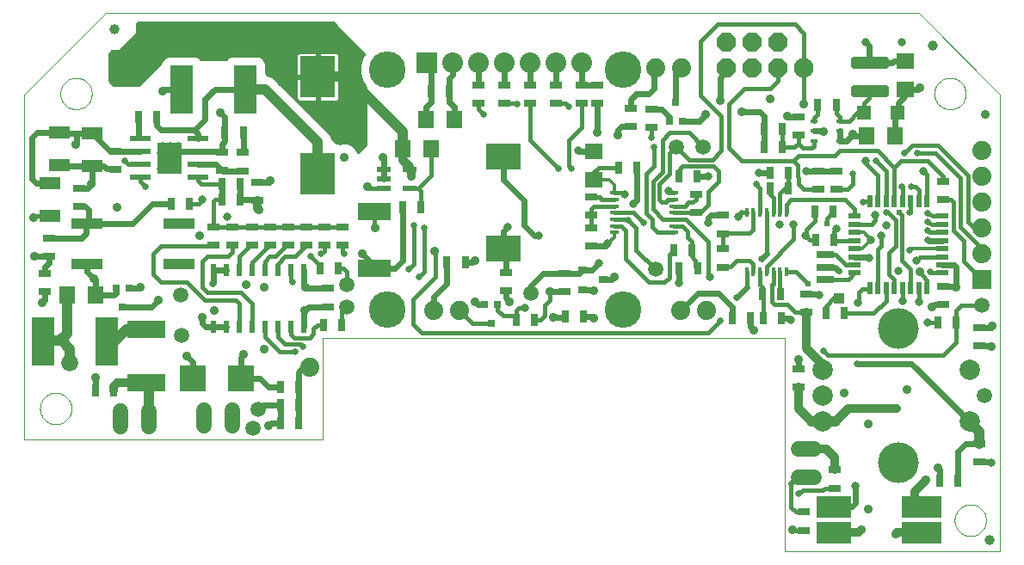
<source format=gtl>
G75*
G70*
%OFA0B0*%
%FSLAX24Y24*%
%IPPOS*%
%LPD*%
%AMOC8*
5,1,8,0,0,1.08239X$1,22.5*
%
%ADD10C,0.0000*%
%ADD11C,0.0787*%
%ADD12C,0.1575*%
%ADD13R,0.0520X0.0220*%
%ADD14R,0.0472X0.0315*%
%ADD15R,0.0315X0.0472*%
%ADD16R,0.1260X0.0709*%
%ADD17R,0.0800X0.0800*%
%ADD18C,0.0800*%
%ADD19C,0.1417*%
%ADD20R,0.0630X0.0709*%
%ADD21R,0.1220X0.0394*%
%ADD22R,0.0669X0.0276*%
%ADD23R,0.0500X0.0220*%
%ADD24R,0.0220X0.0500*%
%ADD25R,0.0236X0.0472*%
%ADD26R,0.0315X0.0177*%
%ADD27R,0.0846X0.0197*%
%ADD28R,0.0945X0.1220*%
%ADD29C,0.0246*%
%ADD30R,0.1378X0.1614*%
%ADD31R,0.0550X0.0550*%
%ADD32R,0.0709X0.0630*%
%ADD33R,0.0354X0.0315*%
%ADD34R,0.0787X0.0472*%
%ADD35R,0.0900X0.1890*%
%ADD36R,0.1000X0.1000*%
%ADD37R,0.0276X0.0276*%
%ADD38R,0.1457X0.0709*%
%ADD39C,0.0600*%
%ADD40C,0.0394*%
%ADD41C,0.0591*%
%ADD42C,0.0740*%
%ADD43R,0.0740X0.0740*%
%ADD44R,0.0354X0.0138*%
%ADD45R,0.0138X0.0354*%
%ADD46R,0.0787X0.0701*%
%ADD47OC8,0.0740*%
%ADD48R,0.1339X0.1024*%
%ADD49C,0.0240*%
%ADD50C,0.0360*%
%ADD51C,0.0160*%
%ADD52C,0.0120*%
%ADD53C,0.0320*%
%ADD54C,0.0250*%
%ADD55C,0.0240*%
%ADD56C,0.0320*%
%ADD57C,0.0010*%
%ADD58C,0.0660*%
%ADD59C,0.0400*%
%ADD60C,0.0760*%
%ADD61C,0.0200*%
%ADD62R,0.0400X0.0400*%
%ADD63C,0.0100*%
D10*
X000180Y005173D02*
X011735Y005173D01*
X011735Y009110D01*
X029633Y009110D01*
X029633Y000843D01*
X037975Y000843D01*
X037975Y018559D01*
X034827Y021708D01*
X003329Y021708D01*
X000180Y018559D01*
X000180Y005173D01*
X000783Y006386D02*
X000785Y006435D01*
X000791Y006484D01*
X000801Y006532D01*
X000814Y006579D01*
X000832Y006625D01*
X000853Y006669D01*
X000877Y006712D01*
X000905Y006752D01*
X000936Y006791D01*
X000970Y006826D01*
X001007Y006859D01*
X001046Y006888D01*
X001088Y006914D01*
X001131Y006937D01*
X001177Y006956D01*
X001223Y006972D01*
X001271Y006984D01*
X001319Y006992D01*
X001368Y006996D01*
X001418Y006996D01*
X001467Y006992D01*
X001515Y006984D01*
X001563Y006972D01*
X001609Y006956D01*
X001655Y006937D01*
X001698Y006914D01*
X001740Y006888D01*
X001779Y006859D01*
X001816Y006826D01*
X001850Y006791D01*
X001881Y006752D01*
X001909Y006712D01*
X001933Y006669D01*
X001954Y006625D01*
X001972Y006579D01*
X001985Y006532D01*
X001995Y006484D01*
X002001Y006435D01*
X002003Y006386D01*
X002001Y006337D01*
X001995Y006288D01*
X001985Y006240D01*
X001972Y006193D01*
X001954Y006147D01*
X001933Y006103D01*
X001909Y006060D01*
X001881Y006020D01*
X001850Y005981D01*
X001816Y005946D01*
X001779Y005913D01*
X001740Y005884D01*
X001698Y005858D01*
X001655Y005835D01*
X001609Y005816D01*
X001563Y005800D01*
X001515Y005788D01*
X001467Y005780D01*
X001418Y005776D01*
X001368Y005776D01*
X001319Y005780D01*
X001271Y005788D01*
X001223Y005800D01*
X001177Y005816D01*
X001131Y005835D01*
X001088Y005858D01*
X001046Y005884D01*
X001007Y005913D01*
X000970Y005946D01*
X000936Y005981D01*
X000905Y006020D01*
X000877Y006060D01*
X000853Y006103D01*
X000832Y006147D01*
X000814Y006193D01*
X000801Y006240D01*
X000791Y006288D01*
X000785Y006337D01*
X000783Y006386D01*
X001570Y018591D02*
X001572Y018640D01*
X001578Y018689D01*
X001588Y018737D01*
X001601Y018784D01*
X001619Y018830D01*
X001640Y018874D01*
X001664Y018917D01*
X001692Y018957D01*
X001723Y018996D01*
X001757Y019031D01*
X001794Y019064D01*
X001833Y019093D01*
X001875Y019119D01*
X001918Y019142D01*
X001964Y019161D01*
X002010Y019177D01*
X002058Y019189D01*
X002106Y019197D01*
X002155Y019201D01*
X002205Y019201D01*
X002254Y019197D01*
X002302Y019189D01*
X002350Y019177D01*
X002396Y019161D01*
X002442Y019142D01*
X002485Y019119D01*
X002527Y019093D01*
X002566Y019064D01*
X002603Y019031D01*
X002637Y018996D01*
X002668Y018957D01*
X002696Y018917D01*
X002720Y018874D01*
X002741Y018830D01*
X002759Y018784D01*
X002772Y018737D01*
X002782Y018689D01*
X002788Y018640D01*
X002790Y018591D01*
X002788Y018542D01*
X002782Y018493D01*
X002772Y018445D01*
X002759Y018398D01*
X002741Y018352D01*
X002720Y018308D01*
X002696Y018265D01*
X002668Y018225D01*
X002637Y018186D01*
X002603Y018151D01*
X002566Y018118D01*
X002527Y018089D01*
X002485Y018063D01*
X002442Y018040D01*
X002396Y018021D01*
X002350Y018005D01*
X002302Y017993D01*
X002254Y017985D01*
X002205Y017981D01*
X002155Y017981D01*
X002106Y017985D01*
X002058Y017993D01*
X002010Y018005D01*
X001964Y018021D01*
X001918Y018040D01*
X001875Y018063D01*
X001833Y018089D01*
X001794Y018118D01*
X001757Y018151D01*
X001723Y018186D01*
X001692Y018225D01*
X001664Y018265D01*
X001640Y018308D01*
X001619Y018352D01*
X001601Y018398D01*
X001588Y018445D01*
X001578Y018493D01*
X001572Y018542D01*
X001570Y018591D01*
X035428Y018591D02*
X035430Y018640D01*
X035436Y018689D01*
X035446Y018737D01*
X035459Y018784D01*
X035477Y018830D01*
X035498Y018874D01*
X035522Y018917D01*
X035550Y018957D01*
X035581Y018996D01*
X035615Y019031D01*
X035652Y019064D01*
X035691Y019093D01*
X035733Y019119D01*
X035776Y019142D01*
X035822Y019161D01*
X035868Y019177D01*
X035916Y019189D01*
X035964Y019197D01*
X036013Y019201D01*
X036063Y019201D01*
X036112Y019197D01*
X036160Y019189D01*
X036208Y019177D01*
X036254Y019161D01*
X036300Y019142D01*
X036343Y019119D01*
X036385Y019093D01*
X036424Y019064D01*
X036461Y019031D01*
X036495Y018996D01*
X036526Y018957D01*
X036554Y018917D01*
X036578Y018874D01*
X036599Y018830D01*
X036617Y018784D01*
X036630Y018737D01*
X036640Y018689D01*
X036646Y018640D01*
X036648Y018591D01*
X036646Y018542D01*
X036640Y018493D01*
X036630Y018445D01*
X036617Y018398D01*
X036599Y018352D01*
X036578Y018308D01*
X036554Y018265D01*
X036526Y018225D01*
X036495Y018186D01*
X036461Y018151D01*
X036424Y018118D01*
X036385Y018089D01*
X036343Y018063D01*
X036300Y018040D01*
X036254Y018021D01*
X036208Y018005D01*
X036160Y017993D01*
X036112Y017985D01*
X036063Y017981D01*
X036013Y017981D01*
X035964Y017985D01*
X035916Y017993D01*
X035868Y018005D01*
X035822Y018021D01*
X035776Y018040D01*
X035733Y018063D01*
X035691Y018089D01*
X035652Y018118D01*
X035615Y018151D01*
X035581Y018186D01*
X035550Y018225D01*
X035522Y018265D01*
X035498Y018308D01*
X035477Y018352D01*
X035459Y018398D01*
X035446Y018445D01*
X035436Y018493D01*
X035430Y018542D01*
X035428Y018591D01*
X036216Y002055D02*
X036218Y002104D01*
X036224Y002153D01*
X036234Y002201D01*
X036247Y002248D01*
X036265Y002294D01*
X036286Y002338D01*
X036310Y002381D01*
X036338Y002421D01*
X036369Y002460D01*
X036403Y002495D01*
X036440Y002528D01*
X036479Y002557D01*
X036521Y002583D01*
X036564Y002606D01*
X036610Y002625D01*
X036656Y002641D01*
X036704Y002653D01*
X036752Y002661D01*
X036801Y002665D01*
X036851Y002665D01*
X036900Y002661D01*
X036948Y002653D01*
X036996Y002641D01*
X037042Y002625D01*
X037088Y002606D01*
X037131Y002583D01*
X037173Y002557D01*
X037212Y002528D01*
X037249Y002495D01*
X037283Y002460D01*
X037314Y002421D01*
X037342Y002381D01*
X037366Y002338D01*
X037387Y002294D01*
X037405Y002248D01*
X037418Y002201D01*
X037428Y002153D01*
X037434Y002104D01*
X037436Y002055D01*
X037434Y002006D01*
X037428Y001957D01*
X037418Y001909D01*
X037405Y001862D01*
X037387Y001816D01*
X037366Y001772D01*
X037342Y001729D01*
X037314Y001689D01*
X037283Y001650D01*
X037249Y001615D01*
X037212Y001582D01*
X037173Y001553D01*
X037131Y001527D01*
X037088Y001504D01*
X037042Y001485D01*
X036996Y001469D01*
X036948Y001457D01*
X036900Y001449D01*
X036851Y001445D01*
X036801Y001445D01*
X036752Y001449D01*
X036704Y001457D01*
X036656Y001469D01*
X036610Y001485D01*
X036564Y001504D01*
X036521Y001527D01*
X036479Y001553D01*
X036440Y001582D01*
X036403Y001615D01*
X036369Y001650D01*
X036338Y001689D01*
X036310Y001729D01*
X036286Y001772D01*
X036265Y001816D01*
X036247Y001862D01*
X036234Y001909D01*
X036224Y001957D01*
X036218Y002006D01*
X036216Y002055D01*
D11*
X036788Y005874D03*
X036788Y007874D03*
X031088Y007874D03*
X031088Y006874D03*
X031088Y005874D03*
D12*
X034038Y004274D03*
X034038Y009474D03*
D13*
X015110Y014923D03*
X015110Y015663D03*
X014110Y015663D03*
X014110Y015293D03*
X014110Y014923D03*
D14*
X012505Y013423D03*
X011805Y013423D03*
X011105Y013423D03*
X010405Y013423D03*
X009705Y013423D03*
X009005Y013423D03*
X008245Y013418D03*
X007515Y013418D03*
X007515Y012709D03*
X008245Y012709D03*
X009005Y012714D03*
X009705Y012714D03*
X010405Y012714D03*
X011105Y012714D03*
X011805Y012714D03*
X012505Y012714D03*
X011930Y011043D03*
X011930Y010334D03*
X018840Y010959D03*
X018840Y011668D03*
X021100Y011627D03*
X021100Y010919D03*
X022135Y012689D03*
X022135Y013398D03*
X022135Y013889D03*
X022135Y014598D03*
X026210Y014683D03*
X026210Y013974D03*
X027230Y013878D03*
X027230Y013169D03*
X027230Y012578D03*
X027230Y011869D03*
X030480Y010828D03*
X030480Y010119D03*
X030180Y007928D03*
X030180Y007219D03*
X031580Y004008D03*
X031580Y003299D03*
X030380Y002378D03*
X030380Y001669D03*
X037180Y004319D03*
X037180Y005028D03*
X037180Y008819D03*
X037180Y009528D03*
X035780Y010419D03*
X035780Y011128D03*
X035765Y014484D03*
X035765Y015193D03*
X031635Y014889D03*
X030935Y014889D03*
X030935Y015598D03*
X031635Y015598D03*
X030165Y016984D03*
X030165Y017693D03*
X024460Y017993D03*
X023665Y018018D03*
X023665Y017309D03*
X024460Y017284D03*
X022380Y018219D03*
X021780Y018219D03*
X021780Y018928D03*
X022380Y018928D03*
X020780Y018928D03*
X020780Y018219D03*
X019780Y018219D03*
X018780Y018219D03*
X018780Y018928D03*
X019780Y018928D03*
X017780Y018928D03*
X017780Y018219D03*
X009210Y015168D03*
X008635Y015599D03*
X007835Y015624D03*
X007835Y016333D03*
X008635Y016308D03*
X009210Y014459D03*
X003710Y015650D03*
X003710Y016358D03*
X002300Y014923D03*
X002300Y014214D03*
X001135Y012998D03*
X001135Y012289D03*
X000980Y011628D03*
X000980Y010919D03*
D15*
X005856Y014328D03*
X006564Y014328D03*
X007826Y014494D03*
X007836Y015103D03*
X008544Y015103D03*
X008535Y014494D03*
X008659Y017073D03*
X007951Y017073D03*
X005310Y017684D03*
X004602Y017684D03*
X014826Y014173D03*
X015534Y014173D03*
X016546Y012053D03*
X017254Y012053D03*
X021126Y009956D03*
X021835Y009956D03*
X019934Y009823D03*
X019226Y009823D03*
X025551Y011823D03*
X026259Y011823D03*
X026034Y012518D03*
X025326Y012518D03*
X028776Y010823D03*
X029484Y010823D03*
X029504Y009903D03*
X028796Y009903D03*
X028294Y009893D03*
X027586Y009893D03*
X031226Y010073D03*
X031934Y010073D03*
X035576Y009723D03*
X036284Y009723D03*
X031534Y012933D03*
X030826Y012933D03*
X030806Y014013D03*
X031514Y014013D03*
X029784Y014923D03*
X029076Y014923D03*
X029076Y015523D03*
X029784Y015523D03*
X029549Y016508D03*
X028841Y016508D03*
X028841Y017208D03*
X029549Y017208D03*
X030911Y018138D03*
X031619Y018138D03*
X026234Y015373D03*
X025526Y015373D03*
X023904Y015718D03*
X023196Y015718D03*
X016634Y018673D03*
X015926Y018673D03*
X012334Y011823D03*
X011626Y011823D03*
X011776Y009623D03*
X012484Y009623D03*
X010794Y007223D03*
X010086Y007223D03*
X010086Y006523D03*
X010794Y006523D03*
X010794Y005823D03*
X010086Y005823D03*
X003634Y007073D03*
X002926Y007073D03*
X035626Y003573D03*
X036334Y003573D03*
D16*
X013730Y011816D03*
X013730Y014021D03*
D17*
X015783Y019796D03*
D18*
X016783Y019796D03*
X017783Y019796D03*
X018783Y019796D03*
X019783Y019796D03*
X020783Y019796D03*
X021783Y019796D03*
D19*
X023374Y019536D03*
X014240Y019536D03*
X014240Y010206D03*
X023374Y010206D03*
D20*
X015936Y016458D03*
X014834Y016458D03*
X015729Y017573D03*
X016831Y017573D03*
X002931Y010773D03*
X001829Y010773D03*
X032814Y016938D03*
X033916Y016938D03*
D21*
X006152Y013561D03*
X006152Y011986D03*
X002608Y011986D03*
X002608Y013561D03*
D22*
X031185Y012341D03*
X031185Y011868D03*
X031185Y011396D03*
D23*
X032345Y011641D03*
X032345Y011956D03*
X032345Y012271D03*
X032345Y012586D03*
X032345Y012901D03*
X032345Y013216D03*
X032345Y013531D03*
X032345Y013846D03*
X035725Y013846D03*
X035725Y013531D03*
X035725Y013216D03*
X035725Y012901D03*
X035725Y012586D03*
X035725Y012271D03*
X035725Y011956D03*
X035725Y011641D03*
D24*
X035137Y011053D03*
X034822Y011053D03*
X034507Y011053D03*
X034192Y011053D03*
X033878Y011053D03*
X033563Y011053D03*
X033248Y011053D03*
X032933Y011053D03*
X032933Y014433D03*
X033248Y014433D03*
X033563Y014433D03*
X033878Y014433D03*
X034192Y014433D03*
X034507Y014433D03*
X034822Y014433D03*
X035137Y014433D03*
D25*
X011005Y011771D03*
X010505Y011771D03*
X010005Y011771D03*
X009505Y011771D03*
X009005Y011771D03*
X008505Y011771D03*
X008005Y011771D03*
X007505Y011771D03*
X007505Y009566D03*
X008005Y009566D03*
X008505Y009566D03*
X009005Y009566D03*
X009505Y009566D03*
X010005Y009566D03*
X010505Y009566D03*
X011005Y009566D03*
D26*
X030763Y016764D03*
X030763Y017138D03*
X030763Y017512D03*
X031767Y017512D03*
X031767Y017138D03*
X031767Y016764D03*
D27*
X006917Y016848D03*
X006917Y016348D03*
X006917Y015848D03*
X006917Y015348D03*
X004653Y015348D03*
X004653Y015848D03*
X004653Y016348D03*
X004653Y016848D03*
D28*
X005785Y016098D03*
D29*
X032290Y018830D02*
X033540Y018830D01*
X033540Y018584D01*
X032290Y018584D01*
X032290Y018830D01*
X032290Y018829D02*
X033540Y018829D01*
X033540Y019933D02*
X032290Y019933D01*
X033540Y019933D02*
X033540Y019687D01*
X032290Y019687D01*
X032290Y019933D01*
X032290Y019932D02*
X033540Y019932D01*
D30*
X011545Y019239D03*
X011545Y015498D03*
D31*
X032715Y017838D03*
X034015Y017838D03*
D32*
X034295Y018757D03*
X034295Y019860D03*
X022250Y016370D03*
X022250Y015267D03*
D33*
X021787Y011749D03*
X022613Y011375D03*
X021787Y011001D03*
D34*
X002795Y015804D03*
X001550Y015824D03*
X001160Y015108D03*
X001160Y013849D03*
X001550Y017083D03*
X002795Y017063D03*
D35*
X006280Y018748D03*
X008720Y018748D03*
X003355Y009003D03*
X000915Y009003D03*
D36*
X006705Y007558D03*
X008555Y007558D03*
D37*
X003980Y010309D03*
X003724Y011038D03*
X004236Y011038D03*
X018004Y010418D03*
X018516Y010418D03*
X018260Y009689D03*
X025154Y017509D03*
X025666Y017509D03*
X025410Y018238D03*
D38*
X004895Y009442D03*
X004895Y007375D03*
D39*
X004995Y006293D02*
X004995Y005693D01*
X003895Y005693D02*
X003895Y006293D01*
X007140Y006308D02*
X007140Y005708D01*
X008240Y005708D02*
X008240Y006308D01*
X030180Y004823D02*
X030780Y004823D01*
X030780Y003723D02*
X030180Y003723D01*
D40*
X037580Y001273D03*
X035365Y020463D03*
X003680Y021073D03*
D41*
X007720Y020973D03*
X012680Y011173D03*
X012680Y010323D03*
X006230Y010773D03*
X006280Y009223D03*
X009220Y006338D03*
X009030Y005623D03*
X019800Y010863D03*
X024630Y011773D03*
X025430Y016523D03*
X026480Y016523D03*
X037280Y010373D03*
X037380Y006873D03*
D42*
X037280Y012373D03*
X037280Y013373D03*
X037280Y014373D03*
X037280Y015373D03*
X037280Y016373D03*
X026600Y010173D03*
X025600Y010173D03*
X017040Y010173D03*
X016040Y010173D03*
X011230Y007973D03*
X024645Y019603D03*
X025645Y019603D03*
D43*
X037280Y011373D03*
D44*
X025332Y013206D03*
X025332Y013462D03*
X025332Y013718D03*
X025332Y013973D03*
X025332Y014229D03*
X025332Y014485D03*
X025332Y014741D03*
X023028Y014741D03*
X023028Y014485D03*
X023028Y014229D03*
X023028Y013973D03*
X023028Y013718D03*
X023028Y013462D03*
X023028Y013206D03*
D45*
X028162Y013975D03*
X028418Y013975D03*
X028674Y013975D03*
X028930Y013975D03*
X029186Y013975D03*
X029442Y013975D03*
X029698Y013975D03*
X029698Y011672D03*
X029442Y011672D03*
X029186Y011672D03*
X028930Y011672D03*
X028674Y011672D03*
X028418Y011672D03*
X028162Y011672D03*
D46*
X031723Y002573D03*
X031723Y001573D03*
X034656Y001573D03*
X034656Y002573D03*
D47*
X029380Y019573D03*
X028380Y019573D03*
X027380Y019573D03*
X027380Y020573D03*
X028380Y020573D03*
X029380Y020573D03*
D48*
X018740Y016145D03*
X018740Y012602D03*
D49*
X018740Y013253D01*
X018900Y013413D01*
X019540Y013493D02*
X019540Y014453D01*
X018740Y015253D01*
X018740Y016145D01*
X016830Y017575D02*
X016830Y018073D01*
X016634Y018269D01*
X016634Y018673D01*
X016630Y018678D02*
X016630Y019173D01*
X016783Y019327D01*
X016783Y019796D01*
X015926Y019654D02*
X015783Y019796D01*
X015926Y019654D02*
X015926Y018673D01*
X015926Y018269D01*
X015729Y018072D01*
X015729Y017573D01*
X017780Y018928D02*
X017780Y019793D01*
X018780Y019793D02*
X018780Y018928D01*
X019780Y018928D02*
X019780Y019793D01*
X020780Y019793D02*
X020780Y018928D01*
X021780Y018928D02*
X022380Y018928D01*
X021780Y018928D02*
X021780Y019793D01*
X023665Y018358D02*
X023880Y018573D01*
X024380Y018573D01*
X024580Y018773D01*
X024580Y019538D01*
X024645Y019603D01*
X025410Y019368D02*
X025645Y019603D01*
X025410Y019368D02*
X025410Y018238D01*
X025154Y017699D02*
X024861Y017993D01*
X024460Y017993D01*
X025154Y017699D02*
X025154Y017509D01*
X025666Y017509D02*
X026344Y017509D01*
X026580Y017773D01*
X027130Y018323D02*
X027130Y019173D01*
X027380Y019573D01*
X027980Y017873D02*
X028680Y017873D01*
X028841Y017713D01*
X028841Y017208D01*
X028841Y016508D01*
X030480Y015573D02*
X030504Y015598D01*
X030935Y015598D01*
X031635Y015598D01*
X031767Y016764D02*
X032021Y016764D01*
X032280Y017023D01*
X032346Y016957D01*
X032714Y016957D01*
X032814Y016938D01*
X031767Y016764D02*
X031767Y017138D01*
X031115Y017138D02*
X030763Y017138D01*
X030165Y017693D02*
X029761Y017693D01*
X029730Y017723D01*
X029076Y015523D02*
X028630Y015523D01*
X026680Y015373D02*
X026234Y015373D01*
X023904Y015718D02*
X023904Y014448D01*
X023780Y014323D01*
X022780Y012773D02*
X022696Y012689D01*
X022135Y012689D01*
X022440Y012013D02*
X022176Y011749D01*
X021787Y011749D01*
X021665Y011627D01*
X021100Y011627D01*
X020284Y011627D01*
X019800Y011143D01*
X019800Y010863D01*
X020550Y010913D02*
X020555Y010919D01*
X021100Y010919D01*
X021787Y011001D02*
X022252Y011001D01*
X022220Y010953D01*
X022613Y011375D02*
X022932Y011375D01*
X023030Y011473D01*
X025520Y011243D02*
X025551Y011274D01*
X025551Y011823D01*
X026280Y010853D02*
X025600Y010173D01*
X026280Y010853D02*
X027060Y010853D01*
X027586Y010328D01*
X027586Y009893D01*
X028294Y009893D02*
X028294Y009539D01*
X028420Y009413D01*
X029504Y009903D02*
X029790Y009903D01*
X029880Y009813D01*
X030480Y010828D02*
X030926Y010828D01*
X030980Y010773D01*
X031730Y011723D02*
X031575Y011868D01*
X031185Y011868D01*
X032345Y012271D02*
X032832Y012271D01*
X032910Y012223D01*
X035180Y012923D02*
X035203Y012901D01*
X035725Y012901D01*
X035725Y011956D02*
X036197Y011956D01*
X036280Y011873D01*
X036280Y011073D01*
X036134Y011128D01*
X035780Y011128D01*
X035780Y010419D02*
X035426Y010419D01*
X035330Y010323D01*
X037180Y009528D02*
X037634Y009528D01*
X037680Y009573D01*
X037584Y008819D02*
X037180Y008819D01*
X037584Y008819D02*
X037630Y008773D01*
X036788Y005874D02*
X034529Y008133D01*
X032420Y008133D01*
X030180Y008273D02*
X030180Y007928D01*
X027760Y010693D02*
X028162Y011096D01*
X028720Y012193D02*
X028930Y012403D01*
X026680Y013603D02*
X026680Y013773D01*
X026784Y013878D01*
X027230Y013878D01*
X022250Y016370D02*
X021634Y016370D01*
X022380Y017073D02*
X022380Y018219D01*
X023665Y018358D02*
X023665Y018018D01*
X023665Y017309D02*
X023316Y017309D01*
X023180Y017173D01*
X023180Y016973D01*
X019540Y013493D02*
X019940Y013093D01*
X020100Y013093D01*
X018840Y012502D02*
X018840Y011668D01*
X018840Y010959D02*
X018840Y010673D01*
X018980Y010533D01*
X018004Y010418D02*
X017736Y010418D01*
X016546Y011219D02*
X016546Y012053D01*
X017254Y012053D02*
X017540Y012053D01*
X017620Y012133D01*
X016546Y011219D02*
X016040Y010713D01*
X016040Y010173D01*
X014523Y011816D02*
X013730Y011816D01*
X013730Y011923D02*
X013280Y012373D01*
X014523Y011816D02*
X014826Y012119D01*
X014826Y014173D01*
X014110Y015293D02*
X014110Y015663D01*
X014110Y016093D01*
X009710Y015223D02*
X009654Y015168D01*
X009210Y015168D01*
X008544Y015103D02*
X008544Y014504D01*
X008535Y014494D02*
X009175Y014494D01*
X007836Y014504D02*
X007836Y015103D01*
X007860Y015599D02*
X008635Y015599D01*
X007835Y015624D02*
X007611Y015848D01*
X006917Y015848D01*
X006917Y016348D02*
X006035Y016348D01*
X006917Y016348D02*
X007819Y016348D01*
X007830Y016338D02*
X007830Y016623D01*
X007951Y016744D01*
X007951Y017073D01*
X007951Y017683D01*
X007780Y017853D01*
X007180Y017573D02*
X007180Y018373D01*
X007555Y018748D01*
X008720Y018748D01*
X007180Y017573D02*
X006780Y017173D01*
X005480Y017173D01*
X005310Y017343D01*
X005310Y017684D01*
X004602Y017684D02*
X004602Y016900D01*
X004653Y016348D02*
X003720Y016348D01*
X003710Y016358D02*
X003500Y016358D01*
X002795Y017063D01*
X002130Y017063D01*
X002195Y016998D01*
X002195Y016608D01*
X002180Y016623D01*
X002130Y017063D02*
X001570Y017063D01*
X001540Y017073D02*
X000680Y017073D01*
X000480Y016873D01*
X000480Y015273D01*
X000645Y015108D01*
X001160Y015108D01*
X002300Y014923D02*
X002629Y014923D01*
X002780Y015073D01*
X002795Y015088D02*
X002795Y015804D01*
X003250Y015804D01*
X003380Y015673D01*
X003687Y015673D01*
X002795Y015804D02*
X001570Y015804D01*
X002300Y014214D02*
X002539Y014214D01*
X002680Y014073D01*
X002680Y013633D01*
X002608Y013561D02*
X004367Y013561D01*
X005135Y014328D01*
X005856Y014328D01*
X002580Y013533D02*
X002580Y013173D01*
X002404Y012998D01*
X001135Y012998D01*
X001135Y012289D02*
X000596Y012289D01*
X001130Y012284D02*
X001130Y012023D01*
X000980Y011873D01*
X000980Y011628D01*
X000980Y010919D02*
X000980Y010573D01*
X000880Y010473D01*
X002931Y010773D02*
X002931Y011372D01*
X002880Y011423D01*
X002608Y011695D01*
X002608Y011986D01*
X003724Y011038D02*
X003724Y010868D01*
X003630Y010773D01*
X002931Y010773D01*
X003980Y010309D02*
X005116Y010309D01*
X005380Y010573D01*
X004680Y011073D02*
X004644Y011038D01*
X004236Y011038D01*
X007080Y009923D02*
X007080Y009673D01*
X007187Y009566D01*
X007505Y009566D01*
X008005Y009566D01*
X008680Y008473D02*
X008555Y008348D01*
X008555Y007558D01*
X009295Y007558D01*
X009630Y007223D01*
X010086Y007223D01*
X010794Y007223D02*
X010794Y007788D01*
X010980Y007973D01*
X011230Y007973D01*
X010794Y007223D02*
X010794Y006523D01*
X010794Y005823D01*
X010086Y005823D02*
X010086Y006523D01*
X009435Y006523D01*
X009220Y006338D01*
X009730Y005823D02*
X009630Y005723D01*
X009730Y005823D02*
X010086Y005823D01*
X006705Y007558D02*
X006705Y008198D01*
X006480Y008423D01*
X002930Y007573D02*
X002930Y007078D01*
X002926Y007073D01*
X007480Y011223D02*
X007505Y011248D01*
X007505Y011771D01*
X008005Y011771D01*
X011005Y011771D02*
X011005Y011148D01*
X011080Y011073D01*
X011111Y011043D02*
X011930Y011043D01*
X011930Y010334D02*
X011191Y010334D01*
X011030Y010173D01*
X011005Y010148D01*
X011005Y009566D01*
X020680Y009923D02*
X021093Y009923D01*
X021126Y009956D01*
X021835Y009956D02*
X022147Y009956D01*
X022230Y009873D01*
X029880Y003473D02*
X030080Y003673D01*
X030430Y003673D01*
X030480Y003723D01*
X031723Y002573D02*
X032220Y002573D01*
X032380Y002733D01*
X032380Y003373D01*
X033970Y001573D02*
X033920Y001523D01*
X035626Y003573D02*
X035626Y004028D01*
X035580Y004073D01*
X036334Y003573D02*
X036334Y004728D01*
X036634Y005028D01*
X037180Y005028D01*
X037180Y004319D02*
X037584Y004319D01*
X037630Y004273D01*
X033916Y016938D02*
X033916Y017740D01*
X034030Y017853D02*
X034030Y018223D01*
X034280Y018473D01*
X034280Y018742D01*
X034295Y018757D02*
X034814Y018757D01*
X034880Y018823D01*
X034295Y019860D02*
X033866Y019860D01*
X033780Y019773D01*
X032951Y019773D01*
X032915Y019810D02*
X032915Y020438D01*
X032780Y020573D01*
X008659Y017073D02*
X008659Y016332D01*
X008635Y016308D01*
X006917Y016848D02*
X006917Y017037D01*
X006780Y017173D01*
X006280Y018748D02*
X005625Y018748D01*
X005550Y018673D01*
D50*
X005550Y018673D03*
X007780Y017853D03*
X009710Y015223D03*
X009280Y014073D03*
X006980Y013073D03*
X008780Y011173D03*
X009480Y011073D03*
X011030Y010173D03*
X011080Y011073D03*
X013280Y012373D03*
X013780Y013373D03*
X016080Y012473D03*
X017620Y012133D03*
X017620Y010533D03*
X018980Y010533D03*
X020550Y010913D03*
X020680Y009923D03*
X022230Y009873D03*
X022220Y010953D03*
X023030Y011473D03*
X028420Y009413D03*
X030180Y008273D03*
X031930Y006973D03*
X032880Y005773D03*
X034380Y007123D03*
X037630Y008773D03*
X037680Y009573D03*
X035330Y010323D03*
X036280Y011073D03*
X034880Y011673D03*
X032280Y017023D03*
X031130Y017123D03*
X030380Y018173D03*
X029730Y017723D03*
X029080Y018373D03*
X027980Y017873D03*
X027130Y018323D03*
X026580Y017773D03*
X023180Y016973D03*
X022380Y017073D03*
X015180Y015373D03*
X014080Y016123D03*
X012580Y016123D03*
X013480Y014973D03*
X005380Y010573D03*
X004680Y011073D03*
X002880Y011423D03*
X000880Y010473D03*
X000580Y012273D03*
X000530Y013773D03*
X002780Y015073D03*
X003780Y014193D03*
X002180Y016623D03*
X007530Y010173D03*
X007080Y009923D03*
X009480Y008673D03*
X008680Y008473D03*
X006480Y008423D03*
X002930Y007573D03*
X009630Y005723D03*
X029920Y001673D03*
X032600Y001673D03*
X033920Y001523D03*
X032880Y002493D03*
X035100Y003613D03*
X035580Y004073D03*
X037410Y017773D03*
X034880Y018823D03*
D51*
X034295Y018757D02*
X034280Y018742D01*
X032915Y018707D02*
X032915Y018408D01*
X032715Y018208D01*
X032715Y017838D01*
X032445Y017838D01*
X032119Y017512D01*
X031767Y017512D01*
X031767Y017686D01*
X031619Y017834D01*
X031619Y018138D01*
X030911Y018138D02*
X030911Y017804D01*
X030763Y017656D01*
X030763Y017512D01*
X030165Y016984D02*
X030165Y016658D01*
X030350Y016473D01*
X030680Y016473D01*
X030763Y016556D01*
X030763Y016764D01*
X030165Y016658D02*
X030015Y016508D01*
X029549Y016508D01*
X029549Y017208D01*
X030380Y018173D02*
X030380Y019573D01*
X030380Y020923D01*
X030030Y021273D01*
X027030Y021273D01*
X026380Y020623D01*
X026380Y018523D01*
X027180Y017723D01*
X027180Y016373D01*
X026840Y016033D01*
X025920Y016033D01*
X025430Y016523D01*
X025180Y016273D01*
X025180Y015473D01*
X024780Y015073D01*
X024780Y014493D01*
X024880Y014393D01*
X025020Y014393D01*
X025112Y014485D01*
X025332Y014485D01*
X025332Y014741D02*
X025212Y014741D01*
X025130Y014823D01*
X024520Y015173D02*
X024900Y015553D01*
X024900Y016793D01*
X025180Y017073D01*
X025930Y017073D01*
X026480Y016523D01*
X027480Y016473D02*
X027480Y018173D01*
X028080Y018773D01*
X029080Y018773D01*
X029380Y019073D01*
X029380Y019573D01*
X033916Y017740D02*
X034015Y017838D01*
X034580Y016573D02*
X034280Y016273D01*
X034580Y016573D02*
X035580Y016573D01*
X036730Y015423D01*
X036730Y013623D01*
X036980Y013373D01*
X037280Y013373D01*
X037280Y012573D02*
X036430Y013423D01*
X036430Y015323D01*
X035480Y016273D01*
X034780Y016273D01*
X035180Y015973D02*
X034130Y015973D01*
X033880Y015723D01*
X033880Y014436D01*
X033878Y014433D01*
X034192Y014433D02*
X034192Y014961D01*
X034180Y014973D01*
X034530Y014973D02*
X034700Y014973D01*
X034822Y014851D01*
X034822Y014433D01*
X034507Y014433D02*
X034507Y014001D01*
X034480Y013973D01*
X034180Y013873D02*
X034070Y013983D01*
X034180Y013873D02*
X034180Y012123D01*
X034507Y011796D01*
X034507Y011053D01*
X034192Y011053D02*
X034192Y010561D01*
X033878Y011053D02*
X033878Y011376D01*
X033680Y011573D01*
X033680Y012423D01*
X033930Y012673D01*
X033930Y013683D01*
X033640Y013973D01*
X033580Y013973D01*
X033130Y013873D02*
X033130Y013673D01*
X032987Y013531D01*
X032345Y013531D01*
X032345Y013846D02*
X032345Y014108D01*
X031980Y014473D01*
X029880Y014473D01*
X029700Y014293D01*
X029700Y013977D01*
X029698Y013975D01*
X029442Y013975D02*
X029442Y014735D01*
X029630Y014923D01*
X029784Y014923D01*
X029784Y015523D01*
X030140Y015373D02*
X030140Y015813D01*
X029980Y015973D01*
X030180Y016173D01*
X031580Y016173D01*
X031780Y016373D01*
X033230Y016373D01*
X033880Y015723D01*
X033563Y015591D02*
X033563Y014433D01*
X033248Y014433D02*
X033248Y015426D01*
X032780Y015893D01*
X032780Y015973D01*
X033180Y015973D02*
X033563Y015591D01*
X032260Y015473D02*
X032260Y015093D01*
X032056Y014889D01*
X031635Y014889D01*
X031651Y014873D01*
X030935Y014889D02*
X030364Y014889D01*
X030180Y015073D01*
X030180Y015333D01*
X030140Y015373D01*
X029980Y015973D02*
X027980Y015973D01*
X027480Y016473D01*
X026880Y015773D02*
X025680Y015773D01*
X025526Y015619D01*
X025526Y015373D01*
X024520Y015173D02*
X024520Y014113D01*
X024916Y013718D01*
X025332Y013718D01*
X025796Y013718D01*
X026660Y012853D01*
X026660Y011653D01*
X026740Y011493D01*
X026259Y011823D02*
X026180Y011903D01*
X026180Y012133D01*
X026034Y012279D01*
X026034Y012518D01*
X026020Y012533D01*
X026020Y012853D01*
X025860Y013013D01*
X025860Y013253D01*
X025652Y013462D01*
X025332Y013462D01*
X025332Y013206D02*
X024708Y013206D01*
X024500Y013413D01*
X024500Y013733D01*
X024280Y013953D01*
X024280Y015473D01*
X024580Y015773D01*
X024580Y016513D01*
X024480Y016873D02*
X024460Y016893D01*
X024460Y017284D01*
X026880Y015773D02*
X027080Y015573D01*
X027080Y015173D01*
X026680Y014773D01*
X026680Y014273D01*
X026380Y013973D01*
X026209Y013973D01*
X026210Y013974D01*
X026209Y013973D02*
X025332Y013973D01*
X025332Y014229D02*
X025756Y014229D01*
X025900Y014373D01*
X026080Y014373D01*
X026210Y014503D01*
X026210Y014683D01*
X027982Y013975D02*
X028162Y013975D01*
X028418Y013975D02*
X028418Y013312D01*
X028280Y013173D01*
X027234Y013173D01*
X027230Y013169D01*
X027230Y012578D01*
X027780Y012133D02*
X027520Y011873D01*
X027234Y011873D01*
X027230Y011869D01*
X027780Y012133D02*
X028280Y012133D01*
X028418Y011995D01*
X028418Y011672D01*
X028162Y011672D02*
X028162Y011096D01*
X028674Y011179D02*
X028780Y011073D01*
X028780Y010828D01*
X028776Y010823D01*
X028796Y010803D01*
X028796Y009903D01*
X029230Y010423D02*
X029730Y010423D01*
X030030Y010123D01*
X030476Y010123D01*
X030480Y010119D01*
X031226Y010073D02*
X031226Y010369D01*
X031530Y010673D01*
X031710Y010673D01*
X031720Y010663D01*
X032460Y010483D02*
X032510Y010533D01*
X032510Y010903D01*
X032630Y011023D01*
X032903Y011023D01*
X032933Y011053D01*
X032893Y011013D01*
X033248Y011053D02*
X033248Y012541D01*
X033380Y012673D01*
X033380Y013073D01*
X032345Y012901D02*
X031534Y012901D01*
X031534Y012933D01*
X031534Y013248D01*
X031640Y013353D01*
X031260Y013553D02*
X031260Y013759D01*
X031514Y014013D01*
X030806Y014013D02*
X030806Y013659D01*
X030480Y013333D01*
X030480Y013153D01*
X030430Y013103D01*
X030600Y012933D01*
X030826Y012933D01*
X029980Y012953D02*
X029980Y013523D01*
X029980Y012953D02*
X028930Y011903D01*
X028930Y011672D01*
X028674Y011672D02*
X028674Y011179D01*
X029130Y011173D02*
X029130Y010523D01*
X029230Y010423D01*
X029484Y010823D02*
X029442Y010866D01*
X029442Y011672D01*
X029698Y011672D02*
X030082Y011672D01*
X030530Y011223D01*
X031185Y011396D02*
X032100Y011396D01*
X032345Y011641D01*
X032345Y011956D02*
X031997Y011956D01*
X031613Y012341D01*
X031185Y012341D01*
X031180Y011873D02*
X031185Y011868D01*
X029186Y011672D02*
X029186Y011229D01*
X029130Y011173D01*
X028930Y012403D02*
X028930Y013975D01*
X028674Y013975D02*
X028674Y014928D01*
X028520Y015093D01*
X029076Y014923D02*
X029080Y014919D01*
X029080Y014673D01*
X029186Y014568D01*
X029186Y013975D01*
X032660Y014373D02*
X032720Y014433D01*
X032933Y014433D01*
X035137Y014433D02*
X035137Y015456D01*
X035000Y015593D01*
X035180Y015973D02*
X035765Y015388D01*
X035765Y015193D01*
X035765Y014484D02*
X036069Y014484D01*
X036180Y014373D01*
X036180Y013273D01*
X036580Y012873D01*
X036580Y012073D01*
X037280Y011373D01*
X037280Y010373D02*
X036480Y010373D01*
X036284Y010178D01*
X036284Y009723D01*
X036284Y008958D01*
X035780Y008453D01*
X031300Y008453D01*
X031140Y008613D01*
X031080Y007883D02*
X031088Y007874D01*
X031088Y005874D02*
X031087Y005873D01*
X031186Y003299D02*
X031106Y003219D01*
X030326Y003219D01*
X030180Y003073D01*
X029880Y003473D02*
X029880Y002553D01*
X030056Y002378D01*
X030380Y002378D01*
X030380Y001669D02*
X029884Y001669D01*
X029920Y001673D01*
X032500Y001573D02*
X032600Y001673D01*
X031580Y003299D02*
X031186Y003299D01*
X026680Y009313D02*
X027140Y009773D01*
X026680Y009313D02*
X015560Y009313D01*
X015220Y009653D01*
X015220Y010613D01*
X016100Y011493D01*
X016100Y012453D01*
X016080Y012473D01*
X015280Y011973D02*
X015080Y011773D01*
X015280Y011973D02*
X015280Y013473D01*
X015680Y013373D02*
X015680Y011673D01*
X015480Y011473D01*
X013730Y011816D02*
X013730Y011923D01*
X012680Y011673D02*
X012680Y011173D01*
X012680Y011673D02*
X012530Y011823D01*
X012334Y011823D01*
X011626Y011823D02*
X011626Y011928D01*
X011280Y012273D01*
X011680Y012373D02*
X011805Y012498D01*
X011805Y012714D01*
X011105Y012714D02*
X010664Y012273D01*
X010280Y012273D01*
X010005Y011998D01*
X010005Y011771D01*
X010505Y011771D02*
X010505Y011348D01*
X010580Y011273D01*
X009505Y011771D02*
X009505Y012098D01*
X009680Y012273D01*
X009904Y012273D01*
X010345Y012714D01*
X010405Y012714D01*
X009705Y012714D02*
X009680Y012689D01*
X009636Y012689D01*
X009005Y012058D01*
X009005Y011771D01*
X008505Y011771D02*
X008505Y012298D01*
X008921Y012714D01*
X009005Y012714D01*
X008980Y012689D01*
X008245Y012709D02*
X008245Y012438D01*
X008080Y012273D01*
X007280Y012273D01*
X007080Y012073D01*
X007080Y011073D01*
X007280Y010873D01*
X008580Y010873D01*
X009005Y010448D01*
X009005Y009566D01*
X008505Y009566D02*
X008505Y010448D01*
X008380Y010573D01*
X007180Y010573D01*
X006480Y011273D01*
X005480Y011273D01*
X005180Y011573D01*
X005180Y012373D01*
X005480Y012673D01*
X007479Y012673D01*
X007515Y012709D01*
X007515Y013418D02*
X008245Y013418D01*
X009000Y013418D01*
X009005Y013423D01*
X009705Y013423D01*
X010405Y013423D01*
X011105Y013423D01*
X011805Y013423D01*
X012505Y013423D01*
X012505Y012714D02*
X012505Y012448D01*
X012580Y012373D01*
X013730Y013423D02*
X013780Y013373D01*
X013730Y013423D02*
X013730Y014021D01*
X013530Y014923D02*
X013480Y014973D01*
X013530Y014923D02*
X014110Y014923D01*
X015110Y014923D02*
X015430Y014923D01*
X015936Y015430D01*
X015936Y016458D01*
X015110Y015743D02*
X015110Y015663D01*
X015430Y014923D02*
X015534Y014819D01*
X015534Y014173D01*
X018740Y012602D02*
X018840Y012502D01*
X020550Y010913D02*
X020550Y010593D01*
X020330Y010373D01*
X020330Y009973D01*
X020180Y009823D01*
X019934Y009823D01*
X019570Y010273D02*
X019330Y010273D01*
X019230Y010173D01*
X019230Y009973D01*
X019226Y009973D01*
X019226Y009823D01*
X019226Y009973D02*
X018740Y009973D01*
X018516Y010198D01*
X018516Y010418D01*
X017736Y010418D02*
X017620Y010533D01*
X017040Y010173D02*
X017524Y009689D01*
X018260Y009689D01*
X012680Y010323D02*
X012484Y010128D01*
X012484Y009623D01*
X011776Y009623D02*
X011530Y009623D01*
X011380Y009473D01*
X011380Y009273D01*
X011230Y009123D01*
X010630Y009123D01*
X010505Y009248D01*
X010505Y009566D01*
X010005Y009566D02*
X010005Y009148D01*
X010280Y008873D01*
X010880Y008873D01*
X010980Y008773D01*
X010680Y008573D02*
X010080Y008573D01*
X009505Y009148D01*
X009505Y009566D01*
X004895Y007375D02*
X004893Y007373D01*
X002580Y013533D02*
X002608Y013561D01*
X002680Y013633D01*
X001160Y013849D02*
X000605Y013849D01*
X000530Y013773D01*
X004080Y015973D02*
X004205Y015848D01*
X004653Y015848D01*
X004653Y015348D02*
X004653Y015200D01*
X004880Y014973D01*
X006564Y014328D02*
X006935Y014328D01*
X007080Y014473D01*
X007515Y014408D02*
X007580Y014473D01*
X007805Y014473D01*
X007826Y014494D01*
X007836Y014504D01*
X007515Y014408D02*
X007515Y013418D01*
X008535Y014494D02*
X008544Y014504D01*
X009175Y014494D02*
X009210Y014459D01*
X007836Y015103D02*
X007050Y015103D01*
X006917Y015237D01*
X006917Y015348D01*
X007835Y015624D02*
X007860Y015599D01*
X004653Y016848D02*
X004602Y016900D01*
X017780Y017973D02*
X017980Y017773D01*
X017780Y017973D02*
X017780Y018219D01*
X018780Y018219D02*
X019234Y018219D01*
X019280Y018173D01*
X019780Y018219D02*
X019780Y016773D01*
X020880Y015673D01*
X021280Y015773D02*
X021380Y015673D01*
X021280Y015773D02*
X021280Y016773D01*
X021780Y017273D01*
X021780Y018219D01*
X021280Y018073D02*
X021134Y018219D01*
X020780Y018219D01*
X020780Y019793D02*
X020783Y019796D01*
X021780Y019793D02*
X021783Y019796D01*
X019783Y019796D02*
X019780Y019793D01*
X018783Y019796D02*
X018780Y019793D01*
X017783Y019796D02*
X017780Y019793D01*
X022250Y015543D02*
X022425Y015718D01*
X023196Y015718D01*
X022250Y015543D02*
X022250Y015267D01*
X022256Y015273D01*
X023028Y014741D02*
X023392Y014741D01*
X023440Y014693D01*
X023028Y014485D02*
X022548Y014485D01*
X022460Y014573D01*
X022159Y014573D01*
X022135Y014598D01*
X022236Y014229D02*
X022135Y014128D01*
X022135Y013889D01*
X022135Y013398D01*
X022236Y014229D02*
X023028Y014229D01*
X023028Y013973D02*
X023780Y013973D01*
X024180Y013573D01*
X023880Y013373D02*
X023880Y012523D01*
X024630Y011773D01*
X024980Y011273D02*
X025166Y011459D01*
X025166Y012358D01*
X025326Y012518D01*
X023880Y013373D02*
X023580Y013673D01*
X023536Y013718D01*
X023028Y013718D01*
X023028Y013462D02*
X023292Y013462D01*
X023480Y013273D01*
X023480Y012173D01*
X024380Y011273D01*
X024980Y011273D01*
X031934Y010073D02*
X033080Y010073D01*
X033563Y010556D01*
X033563Y011053D01*
X034822Y011053D02*
X034822Y010631D01*
X034830Y010523D01*
X035137Y011053D02*
X035137Y011366D01*
X034880Y011673D01*
X035280Y011673D02*
X035312Y011641D01*
X035725Y011641D01*
X035725Y012271D02*
X034878Y012271D01*
X034730Y012123D01*
X035238Y013216D02*
X035180Y013273D01*
X035238Y013216D02*
X035725Y013216D01*
X035725Y013531D02*
X035343Y013531D01*
X035180Y013613D01*
X035368Y013846D02*
X035180Y013953D01*
X035368Y013846D02*
X035725Y013846D01*
X037280Y012573D02*
X037280Y012373D01*
X035576Y009723D02*
X035180Y009723D01*
D52*
X034480Y012523D02*
X034543Y012586D01*
X035725Y012586D01*
X032980Y012923D02*
X032643Y012586D01*
X032345Y012586D01*
X032688Y013216D02*
X032980Y012923D01*
X032688Y013216D02*
X032345Y013216D01*
X032814Y016938D02*
X032779Y016973D01*
X034015Y017838D02*
X034030Y017853D01*
X031130Y017123D02*
X031115Y017138D01*
X032951Y019773D02*
X032915Y019810D01*
X023180Y016973D02*
X023180Y016873D01*
X021634Y016370D02*
X021630Y016373D01*
X022250Y015267D02*
X022264Y015253D01*
X022820Y015253D01*
X023028Y015045D01*
X023028Y014741D01*
X023028Y013206D02*
X023028Y013022D01*
X022780Y012773D01*
X022812Y012805D01*
X016831Y017573D02*
X016830Y017575D01*
X016634Y018673D02*
X016630Y018678D01*
X014080Y016123D02*
X014110Y016093D01*
X007835Y016333D02*
X007830Y016338D01*
X007835Y016333D02*
X007819Y016348D01*
X006035Y016348D02*
X005785Y016098D01*
X003720Y016348D02*
X003710Y016358D01*
X003687Y015673D02*
X003710Y015650D01*
X002795Y015088D02*
X002780Y015073D01*
X001570Y015804D02*
X001550Y015824D01*
X001570Y017063D02*
X001550Y017083D01*
X001540Y017073D01*
X001135Y012289D02*
X001130Y012284D01*
X000596Y012289D02*
X000580Y012273D01*
X011080Y011073D02*
X011111Y011043D01*
D53*
X008030Y013823D03*
X007080Y014473D03*
X012380Y017933D03*
X012120Y018113D03*
X011820Y018033D03*
X011500Y018033D03*
X011180Y018033D03*
X010380Y018813D03*
X010120Y019033D03*
X010400Y019133D03*
X010420Y019473D03*
X010120Y019333D03*
X010140Y019653D03*
X010440Y019793D03*
X010460Y020113D03*
X010160Y019993D03*
X009900Y020273D03*
X010200Y020433D03*
X010300Y020773D03*
X010060Y020993D03*
X009820Y021193D03*
X009460Y021193D03*
X009080Y021193D03*
X008700Y021173D03*
X008380Y021153D03*
X006900Y021193D03*
X006400Y021173D03*
X005940Y021153D03*
X005420Y021133D03*
X005080Y021133D03*
X004820Y020913D03*
X004580Y020693D03*
X004240Y020333D03*
X003960Y020013D03*
X003960Y019633D03*
X003940Y019213D03*
X004320Y019173D03*
X004760Y019373D03*
X005080Y019613D03*
X009920Y020673D03*
X010600Y020473D03*
X010940Y020473D03*
X011280Y020473D03*
X011620Y020473D03*
X011960Y020473D03*
X012300Y020453D03*
X012160Y020753D03*
X011780Y020793D03*
X011380Y020813D03*
X011020Y020813D03*
X010660Y020813D03*
X010440Y021173D03*
X010980Y021213D03*
X011560Y021213D03*
X012140Y021153D03*
X012640Y020613D03*
X012580Y020253D03*
X012980Y020213D03*
X012940Y019793D03*
X012620Y019893D03*
X012720Y019513D03*
X013040Y019453D03*
X013020Y019073D03*
X012700Y019193D03*
X012680Y018853D03*
X012980Y018733D03*
X012660Y018513D03*
X012960Y018373D03*
X012760Y018073D03*
X012460Y018233D03*
X018900Y013413D03*
X020100Y013093D03*
X022440Y012013D03*
X022780Y012773D03*
X023780Y014323D03*
X023440Y014693D03*
X025130Y014823D03*
X026680Y015373D03*
X028630Y015523D03*
X030480Y015573D03*
X032780Y015973D03*
X035000Y015593D03*
X033130Y013873D03*
X033580Y013473D03*
X033380Y013073D03*
X032980Y012923D03*
X032910Y012223D03*
X034030Y011723D03*
X034730Y012123D03*
X034830Y010523D03*
X034192Y010561D03*
X035180Y009723D03*
X032460Y010483D03*
X030980Y010773D03*
X029880Y009813D03*
X026740Y011493D03*
X025520Y011243D03*
X026680Y013603D03*
X027830Y013823D03*
X029430Y013513D03*
X029980Y013523D03*
X030430Y013103D03*
X031640Y013353D03*
X021630Y016373D03*
X019570Y010273D03*
X032380Y003373D03*
X037630Y004273D03*
X034180Y020573D03*
X032780Y020573D03*
D54*
X034280Y016273D03*
X034780Y016273D03*
X033180Y015973D03*
X032260Y015473D03*
X032660Y014373D03*
X033580Y013973D03*
X034480Y013973D03*
X035180Y013953D03*
X035180Y013613D03*
X035180Y013273D03*
X035180Y012923D03*
X034480Y012523D03*
X035280Y011673D03*
X031730Y011723D03*
X028720Y012193D03*
X027760Y010693D03*
X027140Y009773D03*
X031140Y008613D03*
X032420Y008133D03*
X033980Y006373D03*
X030180Y003073D03*
X015480Y011473D03*
X015080Y011773D03*
X012580Y012373D03*
X011680Y012373D03*
X011280Y012273D03*
X010580Y011273D03*
X007480Y011223D03*
X010980Y008773D03*
X010680Y008573D03*
X015280Y013473D03*
X015680Y013373D03*
X020880Y015673D03*
X021380Y015673D03*
X023580Y013673D03*
X024180Y013573D03*
X028520Y015093D03*
X024580Y016513D03*
X024480Y016873D03*
X021280Y018073D03*
X019280Y018173D03*
X017980Y017773D03*
X006130Y016573D03*
X005830Y016573D03*
X005530Y016573D03*
X005430Y016273D03*
X005730Y016273D03*
X006030Y016273D03*
X006130Y015973D03*
X005830Y015973D03*
X005530Y015973D03*
X005430Y015673D03*
X005730Y015673D03*
X006030Y015673D03*
X004880Y014973D03*
X004080Y015973D03*
X034180Y014973D03*
X034530Y014973D03*
D55*
X034070Y013983D03*
X031260Y013553D03*
X030530Y011223D03*
D56*
X030480Y010119D02*
X030480Y008713D01*
X031080Y008113D01*
X030180Y007219D02*
X030180Y006373D01*
X030680Y005873D01*
X031587Y005873D02*
X032087Y006373D01*
X033980Y006373D01*
X031580Y004493D02*
X031250Y004823D01*
X030480Y004823D01*
X031580Y004493D02*
X031580Y004008D01*
X034656Y003169D02*
X034656Y002573D01*
X034656Y003169D02*
X035100Y003613D01*
X034656Y001573D02*
X033970Y001573D01*
X032500Y001573D02*
X031723Y001573D01*
X009280Y014073D02*
X009210Y014143D01*
X009210Y014459D01*
X014834Y016020D02*
X015110Y015743D01*
X015110Y015663D02*
X015180Y015593D01*
X015180Y015373D01*
X014834Y016020D02*
X014834Y016458D01*
X004893Y007373D02*
X003780Y007373D01*
X003634Y007228D01*
X003634Y007073D01*
D57*
X030880Y002973D02*
X030880Y002173D01*
X032180Y002173D01*
X032180Y002973D01*
X030880Y002973D01*
X030880Y002972D02*
X032180Y002972D01*
X032180Y002963D02*
X030880Y002963D01*
X030880Y002955D02*
X032180Y002955D01*
X032180Y002946D02*
X030880Y002946D01*
X030880Y002938D02*
X032180Y002938D01*
X032180Y002929D02*
X030880Y002929D01*
X030880Y002921D02*
X032180Y002921D01*
X032180Y002912D02*
X030880Y002912D01*
X030880Y002904D02*
X032180Y002904D01*
X032180Y002895D02*
X030880Y002895D01*
X030880Y002887D02*
X032180Y002887D01*
X032180Y002878D02*
X030880Y002878D01*
X030880Y002870D02*
X032180Y002870D01*
X032180Y002861D02*
X030880Y002861D01*
X030880Y002853D02*
X032180Y002853D01*
X032180Y002844D02*
X030880Y002844D01*
X030880Y002836D02*
X032180Y002836D01*
X032180Y002827D02*
X030880Y002827D01*
X030880Y002819D02*
X032180Y002819D01*
X032180Y002810D02*
X030880Y002810D01*
X030880Y002802D02*
X032180Y002802D01*
X032180Y002793D02*
X030880Y002793D01*
X030880Y002785D02*
X032180Y002785D01*
X032180Y002776D02*
X030880Y002776D01*
X030880Y002768D02*
X032180Y002768D01*
X032180Y002759D02*
X030880Y002759D01*
X030880Y002751D02*
X032180Y002751D01*
X032180Y002742D02*
X030880Y002742D01*
X030880Y002734D02*
X032180Y002734D01*
X032180Y002725D02*
X030880Y002725D01*
X030880Y002717D02*
X032180Y002717D01*
X032180Y002708D02*
X030880Y002708D01*
X030880Y002700D02*
X032180Y002700D01*
X032180Y002691D02*
X030880Y002691D01*
X030880Y002683D02*
X032180Y002683D01*
X032180Y002674D02*
X030880Y002674D01*
X030880Y002666D02*
X032180Y002666D01*
X032180Y002657D02*
X030880Y002657D01*
X030880Y002649D02*
X032180Y002649D01*
X032180Y002640D02*
X030880Y002640D01*
X030880Y002632D02*
X032180Y002632D01*
X032180Y002623D02*
X030880Y002623D01*
X030880Y002615D02*
X032180Y002615D01*
X032180Y002606D02*
X030880Y002606D01*
X030880Y002598D02*
X032180Y002598D01*
X032180Y002589D02*
X030880Y002589D01*
X030880Y002581D02*
X032180Y002581D01*
X032180Y002572D02*
X030880Y002572D01*
X030880Y002564D02*
X032180Y002564D01*
X032180Y002555D02*
X030880Y002555D01*
X030880Y002547D02*
X032180Y002547D01*
X032180Y002538D02*
X030880Y002538D01*
X030880Y002530D02*
X032180Y002530D01*
X032180Y002521D02*
X030880Y002521D01*
X030880Y002513D02*
X032180Y002513D01*
X032180Y002504D02*
X030880Y002504D01*
X030880Y002496D02*
X032180Y002496D01*
X032180Y002487D02*
X030880Y002487D01*
X030880Y002479D02*
X032180Y002479D01*
X032180Y002470D02*
X030880Y002470D01*
X030880Y002462D02*
X032180Y002462D01*
X032180Y002453D02*
X030880Y002453D01*
X030880Y002445D02*
X032180Y002445D01*
X032180Y002436D02*
X030880Y002436D01*
X030880Y002428D02*
X032180Y002428D01*
X032180Y002419D02*
X030880Y002419D01*
X030880Y002411D02*
X032180Y002411D01*
X032180Y002402D02*
X030880Y002402D01*
X030880Y002394D02*
X032180Y002394D01*
X032180Y002385D02*
X030880Y002385D01*
X030880Y002377D02*
X032180Y002377D01*
X032180Y002368D02*
X030880Y002368D01*
X030880Y002360D02*
X032180Y002360D01*
X032180Y002351D02*
X030880Y002351D01*
X030880Y002343D02*
X032180Y002343D01*
X032180Y002334D02*
X030880Y002334D01*
X030880Y002326D02*
X032180Y002326D01*
X032180Y002317D02*
X030880Y002317D01*
X030880Y002309D02*
X032180Y002309D01*
X032180Y002300D02*
X030880Y002300D01*
X030880Y002292D02*
X032180Y002292D01*
X032180Y002283D02*
X030880Y002283D01*
X030880Y002275D02*
X032180Y002275D01*
X032180Y002266D02*
X030880Y002266D01*
X030880Y002258D02*
X032180Y002258D01*
X032180Y002249D02*
X030880Y002249D01*
X030880Y002241D02*
X032180Y002241D01*
X032180Y002232D02*
X030880Y002232D01*
X030880Y002224D02*
X032180Y002224D01*
X032180Y002215D02*
X030880Y002215D01*
X030880Y002207D02*
X032180Y002207D01*
X032180Y002198D02*
X030880Y002198D01*
X030880Y002190D02*
X032180Y002190D01*
X032180Y002181D02*
X030880Y002181D01*
X030880Y001973D02*
X032180Y001973D01*
X032180Y001173D01*
X030880Y001173D01*
X030880Y001973D01*
X030880Y001969D02*
X032180Y001969D01*
X032180Y001960D02*
X030880Y001960D01*
X030880Y001952D02*
X032180Y001952D01*
X032180Y001943D02*
X030880Y001943D01*
X030880Y001935D02*
X032180Y001935D01*
X032180Y001926D02*
X030880Y001926D01*
X030880Y001918D02*
X032180Y001918D01*
X032180Y001909D02*
X030880Y001909D01*
X030880Y001901D02*
X032180Y001901D01*
X032180Y001892D02*
X030880Y001892D01*
X030880Y001884D02*
X032180Y001884D01*
X032180Y001875D02*
X030880Y001875D01*
X030880Y001867D02*
X032180Y001867D01*
X032180Y001858D02*
X030880Y001858D01*
X030880Y001850D02*
X032180Y001850D01*
X032180Y001841D02*
X030880Y001841D01*
X030880Y001833D02*
X032180Y001833D01*
X032180Y001824D02*
X030880Y001824D01*
X030880Y001816D02*
X032180Y001816D01*
X032180Y001807D02*
X030880Y001807D01*
X030880Y001799D02*
X032180Y001799D01*
X032180Y001790D02*
X030880Y001790D01*
X030880Y001782D02*
X032180Y001782D01*
X032180Y001773D02*
X030880Y001773D01*
X030880Y001765D02*
X032180Y001765D01*
X032180Y001756D02*
X030880Y001756D01*
X030880Y001748D02*
X032180Y001748D01*
X032180Y001739D02*
X030880Y001739D01*
X030880Y001731D02*
X032180Y001731D01*
X032180Y001722D02*
X030880Y001722D01*
X030880Y001714D02*
X032180Y001714D01*
X032180Y001705D02*
X030880Y001705D01*
X030880Y001697D02*
X032180Y001697D01*
X032180Y001688D02*
X030880Y001688D01*
X030880Y001680D02*
X032180Y001680D01*
X032180Y001671D02*
X030880Y001671D01*
X030880Y001663D02*
X032180Y001663D01*
X032180Y001654D02*
X030880Y001654D01*
X030880Y001646D02*
X032180Y001646D01*
X032180Y001637D02*
X030880Y001637D01*
X030880Y001629D02*
X032180Y001629D01*
X032180Y001620D02*
X030880Y001620D01*
X030880Y001612D02*
X032180Y001612D01*
X032180Y001603D02*
X030880Y001603D01*
X030880Y001595D02*
X032180Y001595D01*
X032180Y001586D02*
X030880Y001586D01*
X030880Y001578D02*
X032180Y001578D01*
X032180Y001569D02*
X030880Y001569D01*
X030880Y001561D02*
X032180Y001561D01*
X032180Y001552D02*
X030880Y001552D01*
X030880Y001544D02*
X032180Y001544D01*
X032180Y001535D02*
X030880Y001535D01*
X030880Y001527D02*
X032180Y001527D01*
X032180Y001518D02*
X030880Y001518D01*
X030880Y001510D02*
X032180Y001510D01*
X032180Y001501D02*
X030880Y001501D01*
X030880Y001493D02*
X032180Y001493D01*
X032180Y001484D02*
X030880Y001484D01*
X030880Y001476D02*
X032180Y001476D01*
X032180Y001467D02*
X030880Y001467D01*
X030880Y001459D02*
X032180Y001459D01*
X032180Y001450D02*
X030880Y001450D01*
X030880Y001442D02*
X032180Y001442D01*
X032180Y001433D02*
X030880Y001433D01*
X030880Y001425D02*
X032180Y001425D01*
X032180Y001416D02*
X030880Y001416D01*
X030880Y001408D02*
X032180Y001408D01*
X032180Y001399D02*
X030880Y001399D01*
X030880Y001391D02*
X032180Y001391D01*
X032180Y001382D02*
X030880Y001382D01*
X030880Y001374D02*
X032180Y001374D01*
X032180Y001365D02*
X030880Y001365D01*
X030880Y001357D02*
X032180Y001357D01*
X032180Y001348D02*
X030880Y001348D01*
X030880Y001340D02*
X032180Y001340D01*
X032180Y001331D02*
X030880Y001331D01*
X030880Y001323D02*
X032180Y001323D01*
X032180Y001314D02*
X030880Y001314D01*
X030880Y001306D02*
X032180Y001306D01*
X032180Y001297D02*
X030880Y001297D01*
X030880Y001289D02*
X032180Y001289D01*
X032180Y001280D02*
X030880Y001280D01*
X030880Y001272D02*
X032180Y001272D01*
X032180Y001263D02*
X030880Y001263D01*
X030880Y001255D02*
X032180Y001255D01*
X032180Y001246D02*
X030880Y001246D01*
X030880Y001238D02*
X032180Y001238D01*
X032180Y001229D02*
X030880Y001229D01*
X030880Y001221D02*
X032180Y001221D01*
X032180Y001212D02*
X030880Y001212D01*
X030880Y001204D02*
X032180Y001204D01*
X032180Y001195D02*
X030880Y001195D01*
X030880Y001187D02*
X032180Y001187D01*
X032180Y001178D02*
X030880Y001178D01*
X034180Y001178D02*
X035680Y001178D01*
X035680Y001173D02*
X034180Y001173D01*
X034180Y001973D01*
X035680Y001973D01*
X035680Y001173D01*
X035680Y001187D02*
X034180Y001187D01*
X034180Y001195D02*
X035680Y001195D01*
X035680Y001204D02*
X034180Y001204D01*
X034180Y001212D02*
X035680Y001212D01*
X035680Y001221D02*
X034180Y001221D01*
X034180Y001229D02*
X035680Y001229D01*
X035680Y001238D02*
X034180Y001238D01*
X034180Y001246D02*
X035680Y001246D01*
X035680Y001255D02*
X034180Y001255D01*
X034180Y001263D02*
X035680Y001263D01*
X035680Y001272D02*
X034180Y001272D01*
X034180Y001280D02*
X035680Y001280D01*
X035680Y001289D02*
X034180Y001289D01*
X034180Y001297D02*
X035680Y001297D01*
X035680Y001306D02*
X034180Y001306D01*
X034180Y001314D02*
X035680Y001314D01*
X035680Y001323D02*
X034180Y001323D01*
X034180Y001331D02*
X035680Y001331D01*
X035680Y001340D02*
X034180Y001340D01*
X034180Y001348D02*
X035680Y001348D01*
X035680Y001357D02*
X034180Y001357D01*
X034180Y001365D02*
X035680Y001365D01*
X035680Y001374D02*
X034180Y001374D01*
X034180Y001382D02*
X035680Y001382D01*
X035680Y001391D02*
X034180Y001391D01*
X034180Y001399D02*
X035680Y001399D01*
X035680Y001408D02*
X034180Y001408D01*
X034180Y001416D02*
X035680Y001416D01*
X035680Y001425D02*
X034180Y001425D01*
X034180Y001433D02*
X035680Y001433D01*
X035680Y001442D02*
X034180Y001442D01*
X034180Y001450D02*
X035680Y001450D01*
X035680Y001459D02*
X034180Y001459D01*
X034180Y001467D02*
X035680Y001467D01*
X035680Y001476D02*
X034180Y001476D01*
X034180Y001484D02*
X035680Y001484D01*
X035680Y001493D02*
X034180Y001493D01*
X034180Y001501D02*
X035680Y001501D01*
X035680Y001510D02*
X034180Y001510D01*
X034180Y001518D02*
X035680Y001518D01*
X035680Y001527D02*
X034180Y001527D01*
X034180Y001535D02*
X035680Y001535D01*
X035680Y001544D02*
X034180Y001544D01*
X034180Y001552D02*
X035680Y001552D01*
X035680Y001561D02*
X034180Y001561D01*
X034180Y001569D02*
X035680Y001569D01*
X035680Y001578D02*
X034180Y001578D01*
X034180Y001586D02*
X035680Y001586D01*
X035680Y001595D02*
X034180Y001595D01*
X034180Y001603D02*
X035680Y001603D01*
X035680Y001612D02*
X034180Y001612D01*
X034180Y001620D02*
X035680Y001620D01*
X035680Y001629D02*
X034180Y001629D01*
X034180Y001637D02*
X035680Y001637D01*
X035680Y001646D02*
X034180Y001646D01*
X034180Y001654D02*
X035680Y001654D01*
X035680Y001663D02*
X034180Y001663D01*
X034180Y001671D02*
X035680Y001671D01*
X035680Y001680D02*
X034180Y001680D01*
X034180Y001688D02*
X035680Y001688D01*
X035680Y001697D02*
X034180Y001697D01*
X034180Y001705D02*
X035680Y001705D01*
X035680Y001714D02*
X034180Y001714D01*
X034180Y001722D02*
X035680Y001722D01*
X035680Y001731D02*
X034180Y001731D01*
X034180Y001739D02*
X035680Y001739D01*
X035680Y001748D02*
X034180Y001748D01*
X034180Y001756D02*
X035680Y001756D01*
X035680Y001765D02*
X034180Y001765D01*
X034180Y001773D02*
X035680Y001773D01*
X035680Y001782D02*
X034180Y001782D01*
X034180Y001790D02*
X035680Y001790D01*
X035680Y001799D02*
X034180Y001799D01*
X034180Y001807D02*
X035680Y001807D01*
X035680Y001816D02*
X034180Y001816D01*
X034180Y001824D02*
X035680Y001824D01*
X035680Y001833D02*
X034180Y001833D01*
X034180Y001841D02*
X035680Y001841D01*
X035680Y001850D02*
X034180Y001850D01*
X034180Y001858D02*
X035680Y001858D01*
X035680Y001867D02*
X034180Y001867D01*
X034180Y001875D02*
X035680Y001875D01*
X035680Y001884D02*
X034180Y001884D01*
X034180Y001892D02*
X035680Y001892D01*
X035680Y001901D02*
X034180Y001901D01*
X034180Y001909D02*
X035680Y001909D01*
X035680Y001918D02*
X034180Y001918D01*
X034180Y001926D02*
X035680Y001926D01*
X035680Y001935D02*
X034180Y001935D01*
X034180Y001943D02*
X035680Y001943D01*
X035680Y001952D02*
X034180Y001952D01*
X034180Y001960D02*
X035680Y001960D01*
X035680Y001969D02*
X034180Y001969D01*
X034180Y002173D02*
X035680Y002173D01*
X035680Y002973D01*
X034180Y002973D01*
X034180Y002173D01*
X034180Y002181D02*
X035680Y002181D01*
X035680Y002190D02*
X034180Y002190D01*
X034180Y002198D02*
X035680Y002198D01*
X035680Y002207D02*
X034180Y002207D01*
X034180Y002215D02*
X035680Y002215D01*
X035680Y002224D02*
X034180Y002224D01*
X034180Y002232D02*
X035680Y002232D01*
X035680Y002241D02*
X034180Y002241D01*
X034180Y002249D02*
X035680Y002249D01*
X035680Y002258D02*
X034180Y002258D01*
X034180Y002266D02*
X035680Y002266D01*
X035680Y002275D02*
X034180Y002275D01*
X034180Y002283D02*
X035680Y002283D01*
X035680Y002292D02*
X034180Y002292D01*
X034180Y002300D02*
X035680Y002300D01*
X035680Y002309D02*
X034180Y002309D01*
X034180Y002317D02*
X035680Y002317D01*
X035680Y002326D02*
X034180Y002326D01*
X034180Y002334D02*
X035680Y002334D01*
X035680Y002343D02*
X034180Y002343D01*
X034180Y002351D02*
X035680Y002351D01*
X035680Y002360D02*
X034180Y002360D01*
X034180Y002368D02*
X035680Y002368D01*
X035680Y002377D02*
X034180Y002377D01*
X034180Y002385D02*
X035680Y002385D01*
X035680Y002394D02*
X034180Y002394D01*
X034180Y002402D02*
X035680Y002402D01*
X035680Y002411D02*
X034180Y002411D01*
X034180Y002419D02*
X035680Y002419D01*
X035680Y002428D02*
X034180Y002428D01*
X034180Y002436D02*
X035680Y002436D01*
X035680Y002445D02*
X034180Y002445D01*
X034180Y002453D02*
X035680Y002453D01*
X035680Y002462D02*
X034180Y002462D01*
X034180Y002470D02*
X035680Y002470D01*
X035680Y002479D02*
X034180Y002479D01*
X034180Y002487D02*
X035680Y002487D01*
X035680Y002496D02*
X034180Y002496D01*
X034180Y002504D02*
X035680Y002504D01*
X035680Y002513D02*
X034180Y002513D01*
X034180Y002521D02*
X035680Y002521D01*
X035680Y002530D02*
X034180Y002530D01*
X034180Y002538D02*
X035680Y002538D01*
X035680Y002547D02*
X034180Y002547D01*
X034180Y002555D02*
X035680Y002555D01*
X035680Y002564D02*
X034180Y002564D01*
X034180Y002572D02*
X035680Y002572D01*
X035680Y002581D02*
X034180Y002581D01*
X034180Y002589D02*
X035680Y002589D01*
X035680Y002598D02*
X034180Y002598D01*
X034180Y002606D02*
X035680Y002606D01*
X035680Y002615D02*
X034180Y002615D01*
X034180Y002623D02*
X035680Y002623D01*
X035680Y002632D02*
X034180Y002632D01*
X034180Y002640D02*
X035680Y002640D01*
X035680Y002649D02*
X034180Y002649D01*
X034180Y002657D02*
X035680Y002657D01*
X035680Y002666D02*
X034180Y002666D01*
X034180Y002674D02*
X035680Y002674D01*
X035680Y002683D02*
X034180Y002683D01*
X034180Y002691D02*
X035680Y002691D01*
X035680Y002700D02*
X034180Y002700D01*
X034180Y002708D02*
X035680Y002708D01*
X035680Y002717D02*
X034180Y002717D01*
X034180Y002725D02*
X035680Y002725D01*
X035680Y002734D02*
X034180Y002734D01*
X034180Y002742D02*
X035680Y002742D01*
X035680Y002751D02*
X034180Y002751D01*
X034180Y002759D02*
X035680Y002759D01*
X035680Y002768D02*
X034180Y002768D01*
X034180Y002776D02*
X035680Y002776D01*
X035680Y002785D02*
X034180Y002785D01*
X034180Y002793D02*
X035680Y002793D01*
X035680Y002802D02*
X034180Y002802D01*
X034180Y002810D02*
X035680Y002810D01*
X035680Y002819D02*
X034180Y002819D01*
X034180Y002827D02*
X035680Y002827D01*
X035680Y002836D02*
X034180Y002836D01*
X034180Y002844D02*
X035680Y002844D01*
X035680Y002853D02*
X034180Y002853D01*
X034180Y002861D02*
X035680Y002861D01*
X035680Y002870D02*
X034180Y002870D01*
X034180Y002878D02*
X035680Y002878D01*
X035680Y002887D02*
X034180Y002887D01*
X034180Y002895D02*
X035680Y002895D01*
X035680Y002904D02*
X034180Y002904D01*
X034180Y002912D02*
X035680Y002912D01*
X035680Y002921D02*
X034180Y002921D01*
X034180Y002929D02*
X035680Y002929D01*
X035680Y002938D02*
X034180Y002938D01*
X034180Y002946D02*
X035680Y002946D01*
X035680Y002955D02*
X034180Y002955D01*
X034180Y002963D02*
X035680Y002963D01*
X035680Y002972D02*
X034180Y002972D01*
D58*
X001930Y008143D03*
D59*
X001930Y008703D01*
X001620Y009013D01*
X001540Y009013D01*
X001829Y009302D01*
X001829Y010773D01*
X003700Y009013D02*
X004129Y009442D01*
X004895Y009442D01*
X003700Y009013D02*
X003365Y009013D01*
X003355Y009003D01*
X001540Y009013D02*
X000925Y009013D01*
X000915Y009003D01*
X004895Y007375D02*
X004995Y007343D01*
X004995Y005993D01*
X011545Y015498D02*
X011545Y016708D01*
X009505Y018748D01*
X008720Y018748D01*
X011545Y019239D02*
X012715Y019239D01*
X014834Y017120D01*
X014834Y016458D01*
X031080Y008113D02*
X031080Y007883D01*
X031088Y005874D02*
X031587Y005873D01*
X031087Y005873D02*
X030680Y005873D01*
X036788Y005874D02*
X037180Y005483D01*
X037180Y005028D01*
D60*
X030380Y019573D03*
D61*
X027982Y013975D02*
X027830Y013823D01*
D62*
X031720Y010663D03*
D63*
X013400Y016613D02*
X013400Y018851D01*
X013377Y018874D01*
X013235Y019120D01*
X013161Y019394D01*
X013161Y019678D01*
X013235Y019953D01*
X013339Y020134D01*
X012136Y021338D01*
X004584Y021338D01*
X004540Y021293D01*
X004540Y020933D01*
X003860Y020253D01*
X003580Y020253D01*
X003460Y020133D01*
X003460Y019093D01*
X003620Y018933D01*
X003640Y018933D01*
X003660Y018913D01*
X004600Y018913D01*
X005464Y019777D01*
X005516Y019903D01*
X005620Y020007D01*
X005756Y020063D01*
X006803Y020063D01*
X006939Y020007D01*
X007013Y019933D01*
X007987Y019933D01*
X008061Y020007D01*
X008197Y020063D01*
X009244Y020063D01*
X009380Y020007D01*
X009484Y019903D01*
X009540Y019767D01*
X009540Y019393D01*
X009615Y019318D01*
X009618Y019318D01*
X009828Y019232D01*
X012028Y017031D01*
X012115Y016822D01*
X012115Y016818D01*
X012258Y016675D01*
X012308Y016675D01*
X012392Y016641D01*
X012471Y016673D01*
X012689Y016673D01*
X012892Y016590D01*
X013046Y016435D01*
X013098Y016311D01*
X013400Y016613D01*
X013386Y016599D02*
X012868Y016599D01*
X012980Y016501D02*
X013288Y016501D01*
X013189Y016402D02*
X013060Y016402D01*
X013400Y016698D02*
X012235Y016698D01*
X012137Y016796D02*
X013400Y016796D01*
X013400Y016895D02*
X012085Y016895D01*
X012044Y016993D02*
X013400Y016993D01*
X013400Y017092D02*
X011968Y017092D01*
X011869Y017190D02*
X013400Y017190D01*
X013400Y017289D02*
X011771Y017289D01*
X011672Y017387D02*
X013400Y017387D01*
X013400Y017486D02*
X011574Y017486D01*
X011475Y017584D02*
X013400Y017584D01*
X013400Y017683D02*
X011377Y017683D01*
X011278Y017781D02*
X013400Y017781D01*
X013400Y017880D02*
X011180Y017880D01*
X011081Y017978D02*
X013400Y017978D01*
X013400Y018077D02*
X010983Y018077D01*
X010884Y018175D02*
X013400Y018175D01*
X013400Y018274D02*
X010786Y018274D01*
X010798Y018292D02*
X010836Y018281D01*
X011495Y018281D01*
X011495Y019189D01*
X010706Y019189D01*
X010706Y018412D01*
X010716Y018374D01*
X010736Y018339D01*
X010764Y018311D01*
X010798Y018292D01*
X010717Y018372D02*
X010687Y018372D01*
X010706Y018471D02*
X010589Y018471D01*
X010490Y018569D02*
X010706Y018569D01*
X010706Y018668D02*
X010392Y018668D01*
X010293Y018766D02*
X010706Y018766D01*
X010706Y018865D02*
X010195Y018865D01*
X010096Y018963D02*
X010706Y018963D01*
X010706Y019062D02*
X009998Y019062D01*
X009899Y019160D02*
X010706Y019160D01*
X010706Y019289D02*
X011495Y019289D01*
X011495Y020196D01*
X010836Y020196D01*
X010798Y020185D01*
X010764Y020166D01*
X010736Y020138D01*
X010716Y020104D01*
X010706Y020065D01*
X010706Y019289D01*
X010706Y019357D02*
X009576Y019357D01*
X009540Y019456D02*
X010706Y019456D01*
X010706Y019554D02*
X009540Y019554D01*
X009540Y019653D02*
X010706Y019653D01*
X010706Y019751D02*
X009540Y019751D01*
X009506Y019850D02*
X010706Y019850D01*
X010706Y019948D02*
X009439Y019948D01*
X009284Y020047D02*
X010706Y020047D01*
X010744Y020145D02*
X003472Y020145D01*
X003460Y020047D02*
X005716Y020047D01*
X005561Y019948D02*
X003460Y019948D01*
X003460Y019850D02*
X005494Y019850D01*
X005438Y019751D02*
X003460Y019751D01*
X003460Y019653D02*
X005340Y019653D01*
X005241Y019554D02*
X003460Y019554D01*
X003460Y019456D02*
X005143Y019456D01*
X005044Y019357D02*
X003460Y019357D01*
X003460Y019259D02*
X004946Y019259D01*
X004847Y019160D02*
X003460Y019160D01*
X003491Y019062D02*
X004749Y019062D01*
X004650Y018963D02*
X003590Y018963D01*
X003571Y020244D02*
X013229Y020244D01*
X013131Y020342D02*
X003949Y020342D01*
X004048Y020441D02*
X013032Y020441D01*
X012934Y020539D02*
X004146Y020539D01*
X004245Y020638D02*
X012835Y020638D01*
X012737Y020736D02*
X004343Y020736D01*
X004442Y020835D02*
X012638Y020835D01*
X012540Y020933D02*
X004540Y020933D01*
X004540Y021032D02*
X012441Y021032D01*
X012343Y021130D02*
X004540Y021130D01*
X004540Y021229D02*
X012244Y021229D01*
X012146Y021327D02*
X004574Y021327D01*
X006843Y020047D02*
X008157Y020047D01*
X008002Y019948D02*
X006998Y019948D01*
X009762Y019259D02*
X011495Y019259D01*
X011495Y019289D02*
X011495Y019189D01*
X011595Y019189D01*
X011595Y019289D01*
X011495Y019289D01*
X011495Y019357D02*
X011595Y019357D01*
X011595Y019289D02*
X011595Y020196D01*
X012254Y020196D01*
X012292Y020185D01*
X012326Y020166D01*
X012354Y020138D01*
X012374Y020104D01*
X012384Y020065D01*
X012384Y019289D01*
X011595Y019289D01*
X011595Y019259D02*
X013197Y019259D01*
X013171Y019357D02*
X012384Y019357D01*
X012384Y019456D02*
X013161Y019456D01*
X013161Y019554D02*
X012384Y019554D01*
X012384Y019653D02*
X013161Y019653D01*
X013181Y019751D02*
X012384Y019751D01*
X012384Y019850D02*
X013207Y019850D01*
X013234Y019948D02*
X012384Y019948D01*
X012384Y020047D02*
X013289Y020047D01*
X013328Y020145D02*
X012346Y020145D01*
X011595Y020145D02*
X011495Y020145D01*
X011495Y020047D02*
X011595Y020047D01*
X011595Y019948D02*
X011495Y019948D01*
X011495Y019850D02*
X011595Y019850D01*
X011595Y019751D02*
X011495Y019751D01*
X011495Y019653D02*
X011595Y019653D01*
X011595Y019554D02*
X011495Y019554D01*
X011495Y019456D02*
X011595Y019456D01*
X011595Y019189D02*
X012384Y019189D01*
X012384Y018412D01*
X012374Y018374D01*
X012354Y018339D01*
X012326Y018311D01*
X012292Y018292D01*
X012254Y018281D01*
X011595Y018281D01*
X011595Y019189D01*
X011595Y019160D02*
X011495Y019160D01*
X011495Y019062D02*
X011595Y019062D01*
X011595Y018963D02*
X011495Y018963D01*
X011495Y018865D02*
X011595Y018865D01*
X011595Y018766D02*
X011495Y018766D01*
X011495Y018668D02*
X011595Y018668D01*
X011595Y018569D02*
X011495Y018569D01*
X011495Y018471D02*
X011595Y018471D01*
X011595Y018372D02*
X011495Y018372D01*
X012373Y018372D02*
X013400Y018372D01*
X013400Y018471D02*
X012384Y018471D01*
X012384Y018569D02*
X013400Y018569D01*
X013400Y018668D02*
X012384Y018668D01*
X012384Y018766D02*
X013400Y018766D01*
X013386Y018865D02*
X012384Y018865D01*
X012384Y018963D02*
X013325Y018963D01*
X013268Y019062D02*
X012384Y019062D01*
X012384Y019160D02*
X013224Y019160D01*
M02*

</source>
